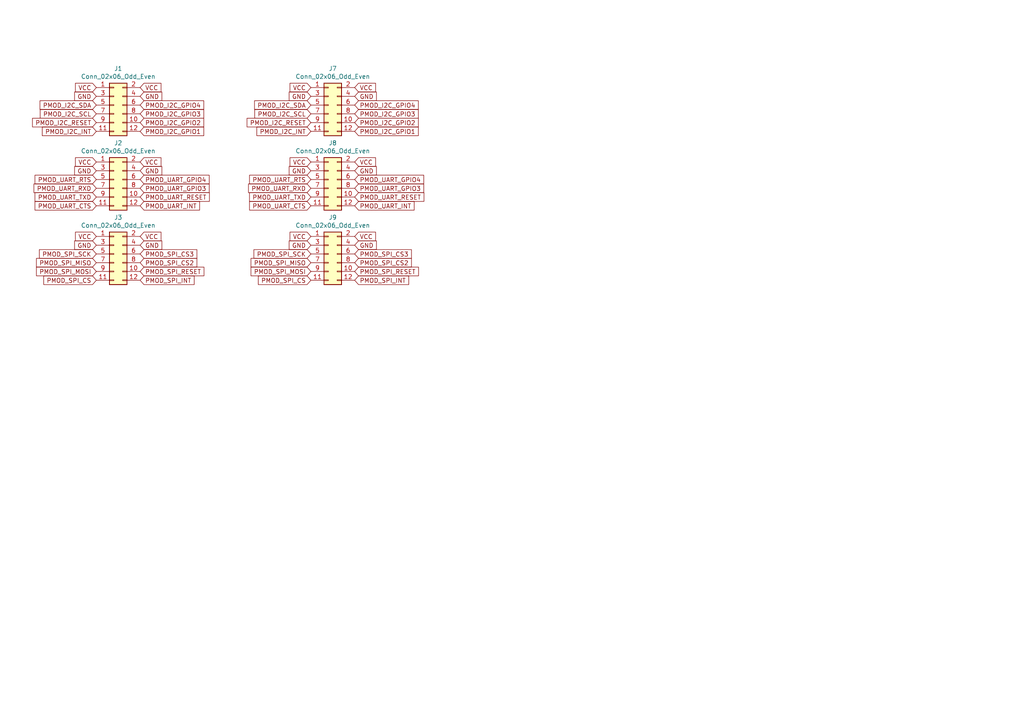
<source format=kicad_sch>
(kicad_sch (version 20211123) (generator eeschema)
  (paper "A4")
  (lib_symbols
    (symbol "Connector_Generic:Conn_02x06_Odd_Even" (pin_names (offset 1.016) hide)
      (property "Reference" "J" (at 1.27 7.62 0))
      (property "Value" "Conn_02x06_Odd_Even" (at 1.27 -10.16 0))
      (symbol "Conn_02x06_Odd_Even_1_1"
        (rectangle (start -1.27 -7.493) (end 0 -7.747) (stroke (width 0.1524)))
        (rectangle (start -1.27 -4.953) (end 0 -5.207) (stroke (width 0.1524)))
        (rectangle (start -1.27 -2.413) (end 0 -2.667) (stroke (width 0.1524)))
        (rectangle (start -1.27 0.127) (end 0 -0.127) (stroke (width 0.1524)))
        (rectangle (start -1.27 2.667) (end 0 2.413) (stroke (width 0.1524)))
        (rectangle (start -1.27 5.207) (end 0 4.953) (stroke (width 0.1524)))
        (rectangle (start -1.27 6.35) (end 3.81 -8.89) (stroke (width 0.254)) (fill (type background)))
        (rectangle (start 3.81 -7.493) (end 2.54 -7.747) (stroke (width 0.1524)))
        (rectangle (start 3.81 -4.953) (end 2.54 -5.207) (stroke (width 0.1524)))
        (rectangle (start 3.81 -2.413) (end 2.54 -2.667) (stroke (width 0.1524)))
        (rectangle (start 3.81 0.127) (end 2.54 -0.127) (stroke (width 0.1524)))
        (rectangle (start 3.81 2.667) (end 2.54 2.413) (stroke (width 0.1524)))
        (rectangle (start 3.81 5.207) (end 2.54 4.953) (stroke (width 0.1524)))
        (pin passive line (at -5.08 5.08 0) (length 3.81) (name "Pin_1") (number "1"))
        (pin passive line (at 7.62 -5.08 180) (length 3.81) (name "Pin_10") (number "10"))
        (pin passive line (at -5.08 -7.62 0) (length 3.81) (name "Pin_11") (number "11"))
        (pin passive line (at 7.62 -7.62 180) (length 3.81) (name "Pin_12") (number "12"))
        (pin passive line (at 7.62 5.08 180) (length 3.81) (name "Pin_2") (number "2"))
        (pin passive line (at -5.08 2.54 0) (length 3.81) (name "Pin_3") (number "3"))
        (pin passive line (at 7.62 2.54 180) (length 3.81) (name "Pin_4") (number "4"))
        (pin passive line (at -5.08 0 0) (length 3.81) (name "Pin_5") (number "5"))
        (pin passive line (at 7.62 0 180) (length 3.81) (name "Pin_6") (number "6"))
        (pin passive line (at -5.08 -2.54 0) (length 3.81) (name "Pin_7") (number "7"))
        (pin passive line (at 7.62 -2.54 180) (length 3.81) (name "Pin_8") (number "8"))
        (pin passive line (at -5.08 -5.08 0) (length 3.81) (name "Pin_9") (number "9"))
      )
    )
  )
  (global_label "PMOD_SPI_MISO" (shape input) (at 27.94 76.2 180) (property "Intersheet-verwijzingen" "${INTERSHEET_REFS}" (effects hide)))
  (global_label "GND" (shape input) (at 40.64 49.53 0) (property "Intersheet-verwijzingen" "${INTERSHEET_REFS}" (effects hide)))
  (global_label "PMOD_UART_TXD" (shape input) (at 90.17 57.15 180) (property "Intersheet-verwijzingen" "${INTERSHEET_REFS}" (effects hide)))
  (global_label "PMOD_SPI_CS3" (shape input) (at 102.87 73.66 0) (property "Intersheet-verwijzingen" "${INTERSHEET_REFS}" (effects hide)))
  (global_label "PMOD_UART_RTS" (shape input) (at 27.94 52.07 180) (property "Intersheet-verwijzingen" "${INTERSHEET_REFS}" (effects hide)))
  (global_label "PMOD_UART_CTS" (shape input) (at 90.17 59.69 180) (property "Intersheet-verwijzingen" "${INTERSHEET_REFS}" (effects hide)))
  (global_label "GND" (shape input) (at 102.87 49.53 0) (property "Intersheet-verwijzingen" "${INTERSHEET_REFS}" (effects hide)))
  (global_label "GND" (shape input) (at 40.64 27.94 0) (property "Intersheet-verwijzingen" "${INTERSHEET_REFS}" (effects hide)))
  (global_label "PMOD_I2C_GPIO4" (shape input) (at 102.87 30.48 0) (property "Intersheet-verwijzingen" "${INTERSHEET_REFS}" (effects hide)))
  (global_label "PMOD_SPI_INT" (shape input) (at 102.87 81.28 0) (property "Intersheet-verwijzingen" "${INTERSHEET_REFS}" (effects hide)))
  (global_label "PMOD_I2C_SDA" (shape input) (at 27.94 30.48 180) (property "Intersheet-verwijzingen" "${INTERSHEET_REFS}" (effects hide)))
  (global_label "VCC" (shape input) (at 90.17 25.4 180) (property "Intersheet-verwijzingen" "${INTERSHEET_REFS}" (effects hide)))
  (global_label "VCC" (shape input) (at 27.94 46.99 180) (property "Intersheet-verwijzingen" "${INTERSHEET_REFS}" (effects hide)))
  (global_label "PMOD_I2C_RESET" (shape input) (at 90.17 35.56 180) (property "Intersheet-verwijzingen" "${INTERSHEET_REFS}" (effects hide)))
  (global_label "VCC" (shape input) (at 102.87 46.99 0) (property "Intersheet-verwijzingen" "${INTERSHEET_REFS}" (effects hide)))
  (global_label "GND" (shape input) (at 102.87 71.12 0) (property "Intersheet-verwijzingen" "${INTERSHEET_REFS}" (effects hide)))
  (global_label "VCC" (shape input) (at 27.94 68.58 180) (property "Intersheet-verwijzingen" "${INTERSHEET_REFS}" (effects hide)))
  (global_label "GND" (shape input) (at 90.17 27.94 180) (property "Intersheet-verwijzingen" "${INTERSHEET_REFS}" (effects hide)))
  (global_label "PMOD_SPI_CS2" (shape input) (at 40.64 76.2 0) (property "Intersheet-verwijzingen" "${INTERSHEET_REFS}" (effects hide)))
  (global_label "VCC" (shape input) (at 40.64 46.99 0) (property "Intersheet-verwijzingen" "${INTERSHEET_REFS}" (effects hide)))
  (global_label "GND" (shape input) (at 90.17 49.53 180) (property "Intersheet-verwijzingen" "${INTERSHEET_REFS}" (effects hide)))
  (global_label "PMOD_UART_INT" (shape input) (at 40.64 59.69 0) (property "Intersheet-verwijzingen" "${INTERSHEET_REFS}" (effects hide)))
  (global_label "PMOD_I2C_RESET" (shape input) (at 27.94 35.56 180) (property "Intersheet-verwijzingen" "${INTERSHEET_REFS}" (effects hide)))
  (global_label "PMOD_UART_RXD" (shape input) (at 90.17 54.61 180) (property "Intersheet-verwijzingen" "${INTERSHEET_REFS}" (effects hide)))
  (global_label "PMOD_UART_TXD" (shape input) (at 27.94 57.15 180) (property "Intersheet-verwijzingen" "${INTERSHEET_REFS}" (effects hide)))
  (global_label "VCC" (shape input) (at 90.17 46.99 180) (property "Intersheet-verwijzingen" "${INTERSHEET_REFS}" (effects hide)))
  (global_label "PMOD_UART_GPIO4" (shape input) (at 40.64 52.07 0) (property "Intersheet-verwijzingen" "${INTERSHEET_REFS}" (effects hide)))
  (global_label "PMOD_UART_INT" (shape input) (at 102.87 59.69 0) (property "Intersheet-verwijzingen" "${INTERSHEET_REFS}" (effects hide)))
  (global_label "GND" (shape input) (at 27.94 71.12 180) (property "Intersheet-verwijzingen" "${INTERSHEET_REFS}" (effects hide)))
  (global_label "GND" (shape input) (at 27.94 27.94 180) (property "Intersheet-verwijzingen" "${INTERSHEET_REFS}" (effects hide)))
  (global_label "PMOD_SPI_MISO" (shape input) (at 90.17 76.2 180) (property "Intersheet-verwijzingen" "${INTERSHEET_REFS}" (effects hide)))
  (global_label "PMOD_SPI_MOSI" (shape input) (at 90.17 78.74 180) (property "Intersheet-verwijzingen" "${INTERSHEET_REFS}" (effects hide)))
  (global_label "PMOD_SPI_CS" (shape input) (at 90.17 81.28 180) (property "Intersheet-verwijzingen" "${INTERSHEET_REFS}" (effects hide)))
  (global_label "GND" (shape input) (at 40.64 71.12 0) (property "Intersheet-verwijzingen" "${INTERSHEET_REFS}" (effects hide)))
  (global_label "PMOD_UART_GPIO3" (shape input) (at 40.64 54.61 0) (property "Intersheet-verwijzingen" "${INTERSHEET_REFS}" (effects hide)))
  (global_label "VCC" (shape input) (at 40.64 68.58 0) (property "Intersheet-verwijzingen" "${INTERSHEET_REFS}" (effects hide)))
  (global_label "PMOD_UART_RESET" (shape input) (at 40.64 57.15 0) (property "Intersheet-verwijzingen" "${INTERSHEET_REFS}" (effects hide)))
  (global_label "PMOD_I2C_GPIO3" (shape input) (at 40.64 33.02 0) (property "Intersheet-verwijzingen" "${INTERSHEET_REFS}" (effects hide)))
  (global_label "PMOD_I2C_GPIO1" (shape input) (at 40.64 38.1 0) (property "Intersheet-verwijzingen" "${INTERSHEET_REFS}" (effects hide)))
  (global_label "PMOD_I2C_INT" (shape input) (at 27.94 38.1 180) (property "Intersheet-verwijzingen" "${INTERSHEET_REFS}" (effects hide)))
  (global_label "PMOD_SPI_MOSI" (shape input) (at 27.94 78.74 180) (property "Intersheet-verwijzingen" "${INTERSHEET_REFS}" (effects hide)))
  (global_label "PMOD_SPI_CS" (shape input) (at 27.94 81.28 180) (property "Intersheet-verwijzingen" "${INTERSHEET_REFS}" (effects hide)))
  (global_label "PMOD_SPI_SCK" (shape input) (at 90.17 73.66 180) (property "Intersheet-verwijzingen" "${INTERSHEET_REFS}" (effects hide)))
  (global_label "PMOD_UART_RTS" (shape input) (at 90.17 52.07 180) (property "Intersheet-verwijzingen" "${INTERSHEET_REFS}" (effects hide)))
  (global_label "PMOD_I2C_GPIO1" (shape input) (at 102.87 38.1 0) (property "Intersheet-verwijzingen" "${INTERSHEET_REFS}" (effects hide)))
  (global_label "PMOD_UART_GPIO4" (shape input) (at 102.87 52.07 0) (property "Intersheet-verwijzingen" "${INTERSHEET_REFS}" (effects hide)))
  (global_label "PMOD_I2C_GPIO2" (shape input) (at 40.64 35.56 0) (property "Intersheet-verwijzingen" "${INTERSHEET_REFS}" (effects hide)))
  (global_label "GND" (shape input) (at 90.17 71.12 180) (property "Intersheet-verwijzingen" "${INTERSHEET_REFS}" (effects hide)))
  (global_label "VCC" (shape input) (at 40.64 25.4 0) (property "Intersheet-verwijzingen" "${INTERSHEET_REFS}" (effects hide)))
  (global_label "PMOD_UART_CTS" (shape input) (at 27.94 59.69 180) (property "Intersheet-verwijzingen" "${INTERSHEET_REFS}" (effects hide)))
  (global_label "GND" (shape input) (at 102.87 27.94 0) (property "Intersheet-verwijzingen" "${INTERSHEET_REFS}" (effects hide)))
  (global_label "PMOD_SPI_CS3" (shape input) (at 40.64 73.66 0) (property "Intersheet-verwijzingen" "${INTERSHEET_REFS}" (effects hide)))
  (global_label "PMOD_I2C_SCL" (shape input) (at 90.17 33.02 180) (property "Intersheet-verwijzingen" "${INTERSHEET_REFS}" (effects hide)))
  (global_label "PMOD_SPI_RESET" (shape input) (at 40.64 78.74 0) (property "Intersheet-verwijzingen" "${INTERSHEET_REFS}" (effects hide)))
  (global_label "PMOD_SPI_INT" (shape input) (at 40.64 81.28 0) (property "Intersheet-verwijzingen" "${INTERSHEET_REFS}" (effects hide)))
  (global_label "PMOD_I2C_SCL" (shape input) (at 27.94 33.02 180) (property "Intersheet-verwijzingen" "${INTERSHEET_REFS}" (effects hide)))
  (global_label "PMOD_SPI_RESET" (shape input) (at 102.87 78.74 0) (property "Intersheet-verwijzingen" "${INTERSHEET_REFS}" (effects hide)))
  (global_label "VCC" (shape input) (at 102.87 68.58 0) (property "Intersheet-verwijzingen" "${INTERSHEET_REFS}" (effects hide)))
  (global_label "PMOD_I2C_GPIO4" (shape input) (at 40.64 30.48 0) (property "Intersheet-verwijzingen" "${INTERSHEET_REFS}" (effects hide)))
  (global_label "PMOD_I2C_SDA" (shape input) (at 90.17 30.48 180) (property "Intersheet-verwijzingen" "${INTERSHEET_REFS}" (effects hide)))
  (global_label "PMOD_UART_RXD" (shape input) (at 27.94 54.61 180) (property "Intersheet-verwijzingen" "${INTERSHEET_REFS}" (effects hide)))
  (global_label "PMOD_UART_RESET" (shape input) (at 102.87 57.15 0) (property "Intersheet-verwijzingen" "${INTERSHEET_REFS}" (effects hide)))
  (global_label "PMOD_I2C_INT" (shape input) (at 90.17 38.1 180) (property "Intersheet-verwijzingen" "${INTERSHEET_REFS}" (effects hide)))
  (global_label "PMOD_I2C_GPIO3" (shape input) (at 102.87 33.02 0) (property "Intersheet-verwijzingen" "${INTERSHEET_REFS}" (effects hide)))
  (global_label "PMOD_I2C_GPIO2" (shape input) (at 102.87 35.56 0) (property "Intersheet-verwijzingen" "${INTERSHEET_REFS}" (effects hide)))
  (global_label "VCC" (shape input) (at 90.17 68.58 180) (property "Intersheet-verwijzingen" "${INTERSHEET_REFS}" (effects hide)))
  (global_label "PMOD_SPI_CS2" (shape input) (at 102.87 76.2 0) (property "Intersheet-verwijzingen" "${INTERSHEET_REFS}" (effects hide)))
  (global_label "VCC" (shape input) (at 27.94 25.4 180) (property "Intersheet-verwijzingen" "${INTERSHEET_REFS}" (effects hide)))
  (global_label "PMOD_SPI_SCK" (shape input) (at 27.94 73.66 180) (property "Intersheet-verwijzingen" "${INTERSHEET_REFS}" (effects hide)))
  (global_label "VCC" (shape input) (at 102.87 25.4 0) (property "Intersheet-verwijzingen" "${INTERSHEET_REFS}" (effects hide)))
  (global_label "GND" (shape input) (at 27.94 49.53 180) (property "Intersheet-verwijzingen" "${INTERSHEET_REFS}" (effects hide)))
  (global_label "PMOD_UART_GPIO3" (shape input) (at 102.87 54.61 0) (property "Intersheet-verwijzingen" "${INTERSHEET_REFS}" (effects hide)))
  (symbol (lib_id "Connector_Generic:Conn_02x06_Odd_Even") (at 33.02 30.48 0) (unit 1)
    (property "Reference" "J1" (at 34.29 19.8882 0))
    (property "Value" "Conn_02x06_Odd_Even" (at 34.29 22.1996 0))
    (property "Footprint" "Connector_PinHeader_2.54mm:PinHeader_2x06_P2.54mm_Horizontal" (effects hide))
  )
  (symbol (lib_id "Connector_Generic:Conn_02x06_Odd_Even") (at 33.02 52.07 0) (unit 1)
    (property "Reference" "J2" (at 34.29 41.4782 0))
    (property "Value" "Conn_02x06_Odd_Even" (at 34.29 43.7896 0))
    (property "Footprint" "Connector_PinHeader_2.54mm:PinHeader_2x06_P2.54mm_Horizontal" (effects hide))
  )
  (symbol (lib_id "Connector_Generic:Conn_02x06_Odd_Even") (at 33.02 73.66 0) (unit 1)
    (property "Reference" "J3" (at 34.29 63.0682 0))
    (property "Value" "Conn_02x06_Odd_Even" (at 34.29 65.3796 0))
    (property "Footprint" "Connector_PinHeader_2.54mm:PinHeader_2x06_P2.54mm_Horizontal" (effects hide))
  )
  (symbol (lib_id "Connector_Generic:Conn_02x06_Odd_Even") (at 95.25 30.48 0) (unit 1)
    (property "Reference" "J7" (at 96.52 19.8882 0))
    (property "Value" "Conn_02x06_Odd_Even" (at 96.52 22.1996 0))
    (property "Footprint" "Connector_PinSocket_2.54mm:PinSocket_2x06_P2.54mm_Horizontal" (effects hide))
  )
  (symbol (lib_id "Connector_Generic:Conn_02x06_Odd_Even") (at 95.25 52.07 0) (unit 1)
    (property "Reference" "J8" (at 96.52 41.4782 0))
    (property "Value" "Conn_02x06_Odd_Even" (at 96.52 43.7896 0))
    (property "Footprint" "Connector_PinSocket_2.54mm:PinSocket_2x06_P2.54mm_Horizontal" (effects hide))
  )
  (symbol (lib_id "Connector_Generic:Conn_02x06_Odd_Even") (at 95.25 73.66 0) (unit 1)
    (property "Reference" "J9" (at 96.52 63.0682 0))
    (property "Value" "Conn_02x06_Odd_Even" (at 96.52 65.3796 0))
    (property "Footprint" "Connector_PinSocket_2.54mm:PinSocket_2x06_P2.54mm_Horizontal" (effects hide))
  )
)
</source>
